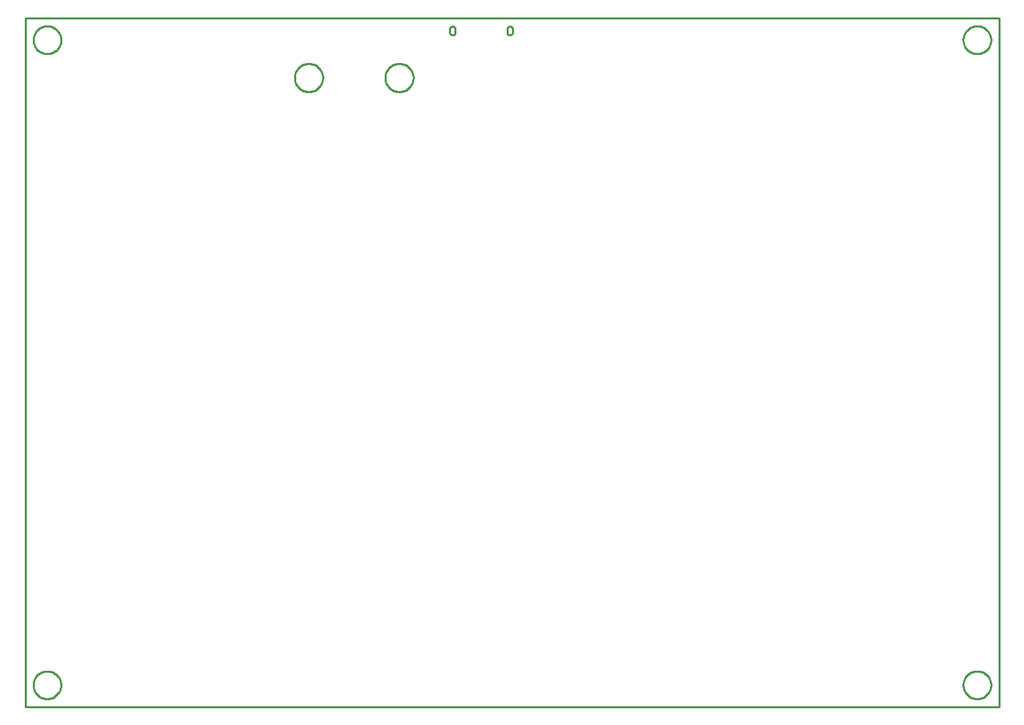
<source format=gbr>
G04 EAGLE Gerber RS-274X export*
G75*
%MOMM*%
%FSLAX34Y34*%
%LPD*%
%IN*%
%IPPOS*%
%AMOC8*
5,1,8,0,0,1.08239X$1,22.5*%
G01*
%ADD10C,0.254000*%


D10*
X0Y0D02*
X1230000Y0D01*
X1230000Y870000D01*
X0Y870000D01*
X0Y0D01*
X608568Y852150D02*
X608581Y851845D01*
X608621Y851542D01*
X608687Y851244D01*
X608779Y850953D01*
X608896Y850671D01*
X609037Y850400D01*
X609201Y850142D01*
X609387Y849900D01*
X609593Y849675D01*
X609818Y849469D01*
X610060Y849283D01*
X610318Y849119D01*
X610589Y848978D01*
X610871Y848861D01*
X611162Y848769D01*
X611460Y848703D01*
X611763Y848663D01*
X612068Y848650D01*
X612373Y848663D01*
X612676Y848703D01*
X612974Y848769D01*
X613265Y848861D01*
X613547Y848978D01*
X613818Y849119D01*
X614076Y849283D01*
X614318Y849469D01*
X614543Y849675D01*
X614749Y849900D01*
X614935Y850142D01*
X615099Y850400D01*
X615240Y850671D01*
X615357Y850953D01*
X615449Y851244D01*
X615515Y851542D01*
X615555Y851845D01*
X615568Y852150D01*
X615568Y856150D01*
X615555Y856455D01*
X615515Y856758D01*
X615449Y857056D01*
X615357Y857347D01*
X615240Y857629D01*
X615099Y857900D01*
X614935Y858158D01*
X614749Y858400D01*
X614543Y858625D01*
X614318Y858831D01*
X614076Y859017D01*
X613818Y859181D01*
X613547Y859322D01*
X613265Y859439D01*
X612974Y859531D01*
X612676Y859597D01*
X612373Y859637D01*
X612068Y859650D01*
X611763Y859637D01*
X611460Y859597D01*
X611162Y859531D01*
X610871Y859439D01*
X610589Y859322D01*
X610318Y859181D01*
X610060Y859017D01*
X609818Y858831D01*
X609593Y858625D01*
X609387Y858400D01*
X609201Y858158D01*
X609037Y857900D01*
X608896Y857629D01*
X608779Y857347D01*
X608687Y857056D01*
X608621Y856758D01*
X608581Y856455D01*
X608568Y856150D01*
X608568Y852150D01*
X536068Y852150D02*
X536081Y851845D01*
X536121Y851542D01*
X536187Y851244D01*
X536279Y850953D01*
X536396Y850671D01*
X536537Y850400D01*
X536701Y850142D01*
X536887Y849900D01*
X537093Y849675D01*
X537318Y849469D01*
X537560Y849283D01*
X537818Y849119D01*
X538089Y848978D01*
X538371Y848861D01*
X538662Y848769D01*
X538960Y848703D01*
X539263Y848663D01*
X539568Y848650D01*
X539873Y848663D01*
X540176Y848703D01*
X540474Y848769D01*
X540765Y848861D01*
X541047Y848978D01*
X541318Y849119D01*
X541576Y849283D01*
X541818Y849469D01*
X542043Y849675D01*
X542249Y849900D01*
X542435Y850142D01*
X542599Y850400D01*
X542740Y850671D01*
X542857Y850953D01*
X542949Y851244D01*
X543015Y851542D01*
X543055Y851845D01*
X543068Y852150D01*
X543068Y856150D01*
X543055Y856455D01*
X543015Y856758D01*
X542949Y857056D01*
X542857Y857347D01*
X542740Y857629D01*
X542599Y857900D01*
X542435Y858158D01*
X542249Y858400D01*
X542043Y858625D01*
X541818Y858831D01*
X541576Y859017D01*
X541318Y859181D01*
X541047Y859322D01*
X540765Y859439D01*
X540474Y859531D01*
X540176Y859597D01*
X539873Y859637D01*
X539568Y859650D01*
X539263Y859637D01*
X538960Y859597D01*
X538662Y859531D01*
X538371Y859439D01*
X538089Y859322D01*
X537818Y859181D01*
X537560Y859017D01*
X537318Y858831D01*
X537093Y858625D01*
X536887Y858400D01*
X536701Y858158D01*
X536537Y857900D01*
X536396Y857629D01*
X536279Y857347D01*
X536187Y857056D01*
X536121Y856758D01*
X536081Y856455D01*
X536068Y856150D01*
X536068Y852150D01*
X1219868Y841945D02*
X1219793Y840802D01*
X1219644Y839666D01*
X1219420Y838542D01*
X1219123Y837435D01*
X1218755Y836350D01*
X1218317Y835292D01*
X1217810Y834264D01*
X1217237Y833272D01*
X1216600Y832319D01*
X1215903Y831410D01*
X1215147Y830549D01*
X1214337Y829739D01*
X1213476Y828983D01*
X1212567Y828286D01*
X1211614Y827649D01*
X1210622Y827076D01*
X1209594Y826569D01*
X1208536Y826131D01*
X1207451Y825763D01*
X1206344Y825466D01*
X1205220Y825243D01*
X1204084Y825093D01*
X1202941Y825018D01*
X1201795Y825018D01*
X1200652Y825093D01*
X1199516Y825243D01*
X1198392Y825466D01*
X1197285Y825763D01*
X1196200Y826131D01*
X1195142Y826569D01*
X1194114Y827076D01*
X1193122Y827649D01*
X1192169Y828286D01*
X1191260Y828983D01*
X1190399Y829739D01*
X1189589Y830549D01*
X1188833Y831410D01*
X1188136Y832319D01*
X1187499Y833272D01*
X1186926Y834264D01*
X1186419Y835292D01*
X1185981Y836350D01*
X1185613Y837435D01*
X1185316Y838542D01*
X1185093Y839666D01*
X1184943Y840802D01*
X1184868Y841945D01*
X1184868Y843091D01*
X1184943Y844234D01*
X1185093Y845370D01*
X1185316Y846494D01*
X1185613Y847601D01*
X1185981Y848686D01*
X1186419Y849744D01*
X1186926Y850772D01*
X1187499Y851764D01*
X1188136Y852717D01*
X1188833Y853626D01*
X1189589Y854487D01*
X1190399Y855297D01*
X1191260Y856053D01*
X1192169Y856750D01*
X1193122Y857387D01*
X1194114Y857960D01*
X1195142Y858467D01*
X1196200Y858905D01*
X1197285Y859273D01*
X1198392Y859570D01*
X1199516Y859794D01*
X1200652Y859943D01*
X1201795Y860018D01*
X1202941Y860018D01*
X1204084Y859943D01*
X1205220Y859794D01*
X1206344Y859570D01*
X1207451Y859273D01*
X1208536Y858905D01*
X1209594Y858467D01*
X1210622Y857960D01*
X1211614Y857387D01*
X1212567Y856750D01*
X1213476Y856053D01*
X1214337Y855297D01*
X1215147Y854487D01*
X1215903Y853626D01*
X1216600Y852717D01*
X1217237Y851764D01*
X1217810Y850772D01*
X1218317Y849744D01*
X1218755Y848686D01*
X1219123Y847601D01*
X1219420Y846494D01*
X1219644Y845370D01*
X1219793Y844234D01*
X1219868Y843091D01*
X1219868Y841945D01*
X45000Y841945D02*
X44925Y840802D01*
X44776Y839666D01*
X44552Y838542D01*
X44255Y837435D01*
X43887Y836350D01*
X43449Y835292D01*
X42942Y834264D01*
X42369Y833272D01*
X41732Y832319D01*
X41035Y831410D01*
X40279Y830549D01*
X39469Y829739D01*
X38608Y828983D01*
X37699Y828286D01*
X36746Y827649D01*
X35754Y827076D01*
X34726Y826569D01*
X33668Y826131D01*
X32583Y825763D01*
X31476Y825466D01*
X30352Y825243D01*
X29216Y825093D01*
X28073Y825018D01*
X26927Y825018D01*
X25784Y825093D01*
X24648Y825243D01*
X23524Y825466D01*
X22417Y825763D01*
X21332Y826131D01*
X20274Y826569D01*
X19246Y827076D01*
X18254Y827649D01*
X17301Y828286D01*
X16392Y828983D01*
X15531Y829739D01*
X14721Y830549D01*
X13965Y831410D01*
X13268Y832319D01*
X12631Y833272D01*
X12058Y834264D01*
X11551Y835292D01*
X11113Y836350D01*
X10745Y837435D01*
X10448Y838542D01*
X10225Y839666D01*
X10075Y840802D01*
X10000Y841945D01*
X10000Y843091D01*
X10075Y844234D01*
X10225Y845370D01*
X10448Y846494D01*
X10745Y847601D01*
X11113Y848686D01*
X11551Y849744D01*
X12058Y850772D01*
X12631Y851764D01*
X13268Y852717D01*
X13965Y853626D01*
X14721Y854487D01*
X15531Y855297D01*
X16392Y856053D01*
X17301Y856750D01*
X18254Y857387D01*
X19246Y857960D01*
X20274Y858467D01*
X21332Y858905D01*
X22417Y859273D01*
X23524Y859570D01*
X24648Y859794D01*
X25784Y859943D01*
X26927Y860018D01*
X28073Y860018D01*
X29216Y859943D01*
X30352Y859794D01*
X31476Y859570D01*
X32583Y859273D01*
X33668Y858905D01*
X34726Y858467D01*
X35754Y857960D01*
X36746Y857387D01*
X37699Y856750D01*
X38608Y856053D01*
X39469Y855297D01*
X40279Y854487D01*
X41035Y853626D01*
X41732Y852717D01*
X42369Y851764D01*
X42942Y850772D01*
X43449Y849744D01*
X43887Y848686D01*
X44255Y847601D01*
X44552Y846494D01*
X44776Y845370D01*
X44925Y844234D01*
X45000Y843091D01*
X45000Y841945D01*
X44932Y26859D02*
X44857Y25716D01*
X44708Y24580D01*
X44484Y23456D01*
X44187Y22349D01*
X43819Y21264D01*
X43381Y20206D01*
X42874Y19178D01*
X42301Y18186D01*
X41664Y17233D01*
X40967Y16324D01*
X40211Y15463D01*
X39401Y14653D01*
X38540Y13897D01*
X37631Y13200D01*
X36678Y12563D01*
X35686Y11990D01*
X34658Y11483D01*
X33600Y11045D01*
X32515Y10677D01*
X31408Y10380D01*
X30284Y10157D01*
X29148Y10007D01*
X28005Y9932D01*
X26859Y9932D01*
X25716Y10007D01*
X24580Y10157D01*
X23456Y10380D01*
X22349Y10677D01*
X21264Y11045D01*
X20206Y11483D01*
X19178Y11990D01*
X18186Y12563D01*
X17233Y13200D01*
X16324Y13897D01*
X15463Y14653D01*
X14653Y15463D01*
X13897Y16324D01*
X13200Y17233D01*
X12563Y18186D01*
X11990Y19178D01*
X11483Y20206D01*
X11045Y21264D01*
X10677Y22349D01*
X10380Y23456D01*
X10157Y24580D01*
X10007Y25716D01*
X9932Y26859D01*
X9932Y28005D01*
X10007Y29148D01*
X10157Y30284D01*
X10380Y31408D01*
X10677Y32515D01*
X11045Y33600D01*
X11483Y34658D01*
X11990Y35686D01*
X12563Y36678D01*
X13200Y37631D01*
X13897Y38540D01*
X14653Y39401D01*
X15463Y40211D01*
X16324Y40967D01*
X17233Y41664D01*
X18186Y42301D01*
X19178Y42874D01*
X20206Y43381D01*
X21264Y43819D01*
X22349Y44187D01*
X23456Y44484D01*
X24580Y44708D01*
X25716Y44857D01*
X26859Y44932D01*
X28005Y44932D01*
X29148Y44857D01*
X30284Y44708D01*
X31408Y44484D01*
X32515Y44187D01*
X33600Y43819D01*
X34658Y43381D01*
X35686Y42874D01*
X36678Y42301D01*
X37631Y41664D01*
X38540Y40967D01*
X39401Y40211D01*
X40211Y39401D01*
X40967Y38540D01*
X41664Y37631D01*
X42301Y36678D01*
X42874Y35686D01*
X43381Y34658D01*
X43819Y33600D01*
X44187Y32515D01*
X44484Y31408D01*
X44708Y30284D01*
X44857Y29148D01*
X44932Y28005D01*
X44932Y26859D01*
X1219868Y26859D02*
X1219793Y25716D01*
X1219644Y24580D01*
X1219420Y23456D01*
X1219123Y22349D01*
X1218755Y21264D01*
X1218317Y20206D01*
X1217810Y19178D01*
X1217237Y18186D01*
X1216600Y17233D01*
X1215903Y16324D01*
X1215147Y15463D01*
X1214337Y14653D01*
X1213476Y13897D01*
X1212567Y13200D01*
X1211614Y12563D01*
X1210622Y11990D01*
X1209594Y11483D01*
X1208536Y11045D01*
X1207451Y10677D01*
X1206344Y10380D01*
X1205220Y10157D01*
X1204084Y10007D01*
X1202941Y9932D01*
X1201795Y9932D01*
X1200652Y10007D01*
X1199516Y10157D01*
X1198392Y10380D01*
X1197285Y10677D01*
X1196200Y11045D01*
X1195142Y11483D01*
X1194114Y11990D01*
X1193122Y12563D01*
X1192169Y13200D01*
X1191260Y13897D01*
X1190399Y14653D01*
X1189589Y15463D01*
X1188833Y16324D01*
X1188136Y17233D01*
X1187499Y18186D01*
X1186926Y19178D01*
X1186419Y20206D01*
X1185981Y21264D01*
X1185613Y22349D01*
X1185316Y23456D01*
X1185093Y24580D01*
X1184943Y25716D01*
X1184868Y26859D01*
X1184868Y28005D01*
X1184943Y29148D01*
X1185093Y30284D01*
X1185316Y31408D01*
X1185613Y32515D01*
X1185981Y33600D01*
X1186419Y34658D01*
X1186926Y35686D01*
X1187499Y36678D01*
X1188136Y37631D01*
X1188833Y38540D01*
X1189589Y39401D01*
X1190399Y40211D01*
X1191260Y40967D01*
X1192169Y41664D01*
X1193122Y42301D01*
X1194114Y42874D01*
X1195142Y43381D01*
X1196200Y43819D01*
X1197285Y44187D01*
X1198392Y44484D01*
X1199516Y44708D01*
X1200652Y44857D01*
X1201795Y44932D01*
X1202941Y44932D01*
X1204084Y44857D01*
X1205220Y44708D01*
X1206344Y44484D01*
X1207451Y44187D01*
X1208536Y43819D01*
X1209594Y43381D01*
X1210622Y42874D01*
X1211614Y42301D01*
X1212567Y41664D01*
X1213476Y40967D01*
X1214337Y40211D01*
X1215147Y39401D01*
X1215903Y38540D01*
X1216600Y37631D01*
X1217237Y36678D01*
X1217810Y35686D01*
X1218317Y34658D01*
X1218755Y33600D01*
X1219123Y32515D01*
X1219420Y31408D01*
X1219644Y30284D01*
X1219793Y29148D01*
X1219868Y28005D01*
X1219868Y26859D01*
X472768Y812546D02*
X473930Y812470D01*
X475084Y812318D01*
X476226Y812091D01*
X477350Y811790D01*
X478452Y811415D01*
X479528Y810970D01*
X480572Y810455D01*
X481580Y809873D01*
X482548Y809226D01*
X483472Y808518D01*
X484347Y807750D01*
X485170Y806927D01*
X485938Y806052D01*
X486646Y805128D01*
X487293Y804160D01*
X487875Y803152D01*
X488390Y802108D01*
X488835Y801032D01*
X489210Y799930D01*
X489511Y798806D01*
X489738Y797664D01*
X489890Y796510D01*
X489966Y795348D01*
X489966Y794184D01*
X489890Y793022D01*
X489738Y791868D01*
X489511Y790726D01*
X489210Y789602D01*
X488835Y788500D01*
X488390Y787424D01*
X487875Y786380D01*
X487293Y785372D01*
X486646Y784404D01*
X485938Y783480D01*
X485170Y782605D01*
X484347Y781782D01*
X483472Y781015D01*
X482548Y780306D01*
X481580Y779659D01*
X480572Y779077D01*
X479528Y778562D01*
X478452Y778117D01*
X477350Y777743D01*
X476226Y777441D01*
X475084Y777214D01*
X473930Y777062D01*
X472768Y776986D01*
X471604Y776986D01*
X470442Y777062D01*
X469288Y777214D01*
X468146Y777441D01*
X467022Y777743D01*
X465920Y778117D01*
X464844Y778562D01*
X463800Y779077D01*
X462792Y779659D01*
X461824Y780306D01*
X460900Y781015D01*
X460025Y781782D01*
X459202Y782605D01*
X458435Y783480D01*
X457726Y784404D01*
X457079Y785372D01*
X456497Y786380D01*
X455982Y787424D01*
X455537Y788500D01*
X455163Y789602D01*
X454861Y790726D01*
X454634Y791868D01*
X454482Y793022D01*
X454406Y794184D01*
X454406Y795348D01*
X454482Y796510D01*
X454634Y797664D01*
X454861Y798806D01*
X455163Y799930D01*
X455537Y801032D01*
X455982Y802108D01*
X456497Y803152D01*
X457079Y804160D01*
X457726Y805128D01*
X458435Y806052D01*
X459202Y806927D01*
X460025Y807750D01*
X460900Y808518D01*
X461824Y809226D01*
X462792Y809873D01*
X463800Y810455D01*
X464844Y810970D01*
X465920Y811415D01*
X467022Y811790D01*
X468146Y812091D01*
X469288Y812318D01*
X470442Y812470D01*
X471604Y812546D01*
X472768Y812546D01*
X358468Y812546D02*
X359630Y812470D01*
X360784Y812318D01*
X361926Y812091D01*
X363050Y811790D01*
X364152Y811415D01*
X365228Y810970D01*
X366272Y810455D01*
X367280Y809873D01*
X368248Y809226D01*
X369172Y808518D01*
X370047Y807750D01*
X370870Y806927D01*
X371638Y806052D01*
X372346Y805128D01*
X372993Y804160D01*
X373575Y803152D01*
X374090Y802108D01*
X374535Y801032D01*
X374910Y799930D01*
X375211Y798806D01*
X375438Y797664D01*
X375590Y796510D01*
X375666Y795348D01*
X375666Y794184D01*
X375590Y793022D01*
X375438Y791868D01*
X375211Y790726D01*
X374910Y789602D01*
X374535Y788500D01*
X374090Y787424D01*
X373575Y786380D01*
X372993Y785372D01*
X372346Y784404D01*
X371638Y783480D01*
X370870Y782605D01*
X370047Y781782D01*
X369172Y781015D01*
X368248Y780306D01*
X367280Y779659D01*
X366272Y779077D01*
X365228Y778562D01*
X364152Y778117D01*
X363050Y777743D01*
X361926Y777441D01*
X360784Y777214D01*
X359630Y777062D01*
X358468Y776986D01*
X357304Y776986D01*
X356142Y777062D01*
X354988Y777214D01*
X353846Y777441D01*
X352722Y777743D01*
X351620Y778117D01*
X350544Y778562D01*
X349500Y779077D01*
X348492Y779659D01*
X347524Y780306D01*
X346600Y781015D01*
X345725Y781782D01*
X344902Y782605D01*
X344135Y783480D01*
X343426Y784404D01*
X342779Y785372D01*
X342197Y786380D01*
X341682Y787424D01*
X341237Y788500D01*
X340863Y789602D01*
X340561Y790726D01*
X340334Y791868D01*
X340182Y793022D01*
X340106Y794184D01*
X340106Y795348D01*
X340182Y796510D01*
X340334Y797664D01*
X340561Y798806D01*
X340863Y799930D01*
X341237Y801032D01*
X341682Y802108D01*
X342197Y803152D01*
X342779Y804160D01*
X343426Y805128D01*
X344135Y806052D01*
X344902Y806927D01*
X345725Y807750D01*
X346600Y808518D01*
X347524Y809226D01*
X348492Y809873D01*
X349500Y810455D01*
X350544Y810970D01*
X351620Y811415D01*
X352722Y811790D01*
X353846Y812091D01*
X354988Y812318D01*
X356142Y812470D01*
X357304Y812546D01*
X358468Y812546D01*
M02*

</source>
